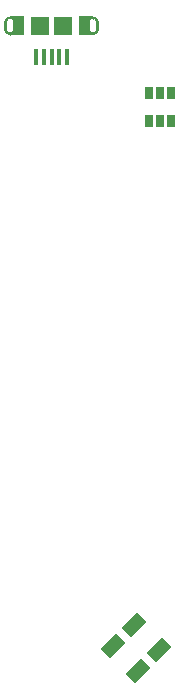
<source format=gbp>
G04*
G04 #@! TF.GenerationSoftware,Altium Limited,Altium Designer,24.2.2 (26)*
G04*
G04 Layer_Color=128*
%FSLAX44Y44*%
%MOMM*%
G71*
G04*
G04 #@! TF.SameCoordinates,F7C56DC2-231D-4419-A4E4-230404E4AC21*
G04*
G04*
G04 #@! TF.FilePolarity,Positive*
G04*
G01*
G75*
G04:AMPARAMS|DCode=34|XSize=1.1176mm|YSize=1.8034mm|CornerRadius=0mm|HoleSize=0mm|Usage=FLASHONLY|Rotation=135.000|XOffset=0mm|YOffset=0mm|HoleType=Round|Shape=Rectangle|*
%AMROTATEDRECTD34*
4,1,4,1.0327,0.2425,-0.2425,-1.0327,-1.0327,-0.2425,0.2425,1.0327,1.0327,0.2425,0.0*
%
%ADD34ROTATEDRECTD34*%

%ADD86R,0.6350X1.0000*%
%ADD87R,0.3810X1.3500*%
%ADD88R,1.5000X1.5500*%
%ADD92C,0.0001*%
G36*
X472300Y938400D02*
X460300D01*
X460040Y938410D01*
X459780Y938430D01*
X459520Y938460D01*
X459260Y938510D01*
X459010Y938570D01*
X458750Y938640D01*
X458510Y938730D01*
X458270Y938830D01*
X458030Y938940D01*
X457800Y939070D01*
X457580Y939210D01*
X457360Y939350D01*
X457150Y939510D01*
X456950Y939680D01*
X456760Y939860D01*
X456580Y940050D01*
X456410Y940250D01*
X456250Y940460D01*
X456110Y940680D01*
X455970Y940900D01*
X455840Y941130D01*
X455730Y941370D01*
X455630Y941610D01*
X455540Y941850D01*
X455470Y942110D01*
X455410Y942360D01*
X455360Y942620D01*
X455330Y942880D01*
X455310Y943140D01*
X455300Y943400D01*
Y948900D01*
X455310Y949160D01*
X455330Y949420D01*
X455360Y949680D01*
X455410Y949940D01*
X455470Y950190D01*
X455540Y950450D01*
X455630Y950690D01*
X455730Y950930D01*
X455840Y951170D01*
X455970Y951400D01*
X456110Y951620D01*
X456250Y951840D01*
X456410Y952050D01*
X456580Y952250D01*
X456760Y952440D01*
X456950Y952620D01*
X457150Y952790D01*
X457360Y952950D01*
X457580Y953090D01*
X457800Y953230D01*
X458030Y953360D01*
X458270Y953470D01*
X458510Y953570D01*
X458750Y953660D01*
X459010Y953730D01*
X459260Y953790D01*
X459520Y953840D01*
X459780Y953870D01*
X460040Y953890D01*
X460300Y953900D01*
X472300D01*
Y938400D01*
D02*
G37*
G36*
X530560Y953890D02*
X530820Y953870D01*
X531080Y953840D01*
X531340Y953790D01*
X531590Y953730D01*
X531850Y953660D01*
X532090Y953570D01*
X532330Y953470D01*
X532570Y953360D01*
X532800Y953230D01*
X533020Y953090D01*
X533240Y952950D01*
X533450Y952790D01*
X533650Y952620D01*
X533840Y952440D01*
X534020Y952250D01*
X534190Y952050D01*
X534350Y951840D01*
X534490Y951620D01*
X534630Y951400D01*
X534760Y951170D01*
X534870Y950930D01*
X534970Y950690D01*
X535060Y950450D01*
X535130Y950190D01*
X535190Y949940D01*
X535240Y949680D01*
X535270Y949420D01*
X535290Y949160D01*
X535300Y948900D01*
Y943400D01*
X535290Y943140D01*
X535270Y942880D01*
X535240Y942620D01*
X535190Y942360D01*
X535130Y942110D01*
X535060Y941850D01*
X534970Y941610D01*
X534870Y941370D01*
X534760Y941130D01*
X534630Y940900D01*
X534490Y940680D01*
X534350Y940460D01*
X534190Y940250D01*
X534020Y940050D01*
X533840Y939860D01*
X533650Y939680D01*
X533450Y939510D01*
X533240Y939350D01*
X533020Y939210D01*
X532800Y939070D01*
X532570Y938940D01*
X532330Y938830D01*
X532090Y938730D01*
X531850Y938640D01*
X531590Y938570D01*
X531340Y938510D01*
X531080Y938460D01*
X530820Y938430D01*
X530560Y938410D01*
X530300Y938400D01*
X518300D01*
Y953900D01*
X530300D01*
X530560Y953890D01*
D02*
G37*
%LPC*%
G36*
X460430Y951900D02*
X460170D01*
X460040Y951890D01*
X459910Y951870D01*
X459780Y951850D01*
X459650Y951810D01*
X459530Y951780D01*
X459400Y951730D01*
X459280Y951680D01*
X459170Y951630D01*
X459050Y951570D01*
X458940Y951500D01*
X458830Y951420D01*
X458730Y951340D01*
X458630Y951260D01*
X458530Y951170D01*
X458440Y951070D01*
X458360Y950970D01*
X458280Y950870D01*
X458200Y950760D01*
X458130Y950650D01*
X458070Y950530D01*
X458020Y950420D01*
X457970Y950300D01*
X457920Y950170D01*
X457890Y950050D01*
X457850Y949920D01*
X457830Y949790D01*
X457810Y949660D01*
X457800Y949530D01*
Y949400D01*
Y942900D01*
Y942770D01*
X457810Y942640D01*
X457830Y942510D01*
X457850Y942380D01*
X457890Y942250D01*
X457920Y942130D01*
X457970Y942000D01*
X458020Y941880D01*
X458070Y941770D01*
X458130Y941650D01*
X458200Y941540D01*
X458280Y941430D01*
X458360Y941330D01*
X458440Y941230D01*
X458530Y941130D01*
X458630Y941040D01*
X458730Y940960D01*
X458830Y940880D01*
X458940Y940800D01*
X459050Y940730D01*
X459170Y940670D01*
X459280Y940620D01*
X459400Y940570D01*
X459530Y940520D01*
X459650Y940490D01*
X459780Y940450D01*
X459910Y940430D01*
X460040Y940410D01*
X460170Y940400D01*
X460430D01*
X460560Y940410D01*
X460690Y940430D01*
X460820Y940450D01*
X460950Y940490D01*
X461070Y940520D01*
X461200Y940570D01*
X461320Y940620D01*
X461430Y940670D01*
X461550Y940730D01*
X461660Y940800D01*
X461770Y940880D01*
X461870Y940960D01*
X461970Y941040D01*
X462070Y941130D01*
X462160Y941230D01*
X462240Y941330D01*
X462320Y941430D01*
X462400Y941540D01*
X462470Y941650D01*
X462530Y941770D01*
X462580Y941880D01*
X462630Y942000D01*
X462680Y942130D01*
X462710Y942250D01*
X462750Y942380D01*
X462770Y942510D01*
X462790Y942640D01*
X462800Y942770D01*
Y942900D01*
Y949400D01*
Y949530D01*
X462790Y949660D01*
X462770Y949790D01*
X462750Y949920D01*
X462710Y950050D01*
X462680Y950170D01*
X462630Y950300D01*
X462580Y950420D01*
X462530Y950530D01*
X462470Y950650D01*
X462400Y950760D01*
X462320Y950870D01*
X462240Y950970D01*
X462160Y951070D01*
X462070Y951170D01*
X461970Y951260D01*
X461870Y951340D01*
X461770Y951420D01*
X461660Y951500D01*
X461550Y951570D01*
X461430Y951630D01*
X461320Y951680D01*
X461200Y951730D01*
X461070Y951780D01*
X460950Y951810D01*
X460820Y951850D01*
X460690Y951870D01*
X460560Y951890D01*
X460430Y951900D01*
D02*
G37*
G36*
X530430D02*
X530170D01*
X530040Y951890D01*
X529910Y951870D01*
X529780Y951850D01*
X529650Y951810D01*
X529530Y951780D01*
X529400Y951730D01*
X529280Y951680D01*
X529170Y951630D01*
X529050Y951570D01*
X528940Y951500D01*
X528830Y951420D01*
X528730Y951340D01*
X528630Y951260D01*
X528530Y951170D01*
X528440Y951070D01*
X528360Y950970D01*
X528280Y950870D01*
X528200Y950760D01*
X528130Y950650D01*
X528070Y950530D01*
X528020Y950420D01*
X527970Y950300D01*
X527920Y950170D01*
X527890Y950050D01*
X527850Y949920D01*
X527830Y949790D01*
X527810Y949660D01*
X527800Y949530D01*
Y949400D01*
Y942900D01*
Y942770D01*
X527810Y942640D01*
X527830Y942510D01*
X527850Y942380D01*
X527890Y942250D01*
X527920Y942130D01*
X527970Y942000D01*
X528020Y941880D01*
X528070Y941770D01*
X528130Y941650D01*
X528200Y941540D01*
X528280Y941430D01*
X528360Y941330D01*
X528440Y941230D01*
X528530Y941130D01*
X528630Y941040D01*
X528730Y940960D01*
X528830Y940880D01*
X528940Y940800D01*
X529050Y940730D01*
X529170Y940670D01*
X529280Y940620D01*
X529400Y940570D01*
X529530Y940520D01*
X529650Y940490D01*
X529780Y940450D01*
X529910Y940430D01*
X530040Y940410D01*
X530170Y940400D01*
X530430D01*
X530560Y940410D01*
X530690Y940430D01*
X530820Y940450D01*
X530950Y940490D01*
X531070Y940520D01*
X531200Y940570D01*
X531320Y940620D01*
X531430Y940670D01*
X531550Y940730D01*
X531660Y940800D01*
X531770Y940880D01*
X531870Y940960D01*
X531970Y941040D01*
X532070Y941130D01*
X532160Y941230D01*
X532240Y941330D01*
X532320Y941430D01*
X532400Y941540D01*
X532470Y941650D01*
X532530Y941770D01*
X532580Y941880D01*
X532630Y942000D01*
X532680Y942130D01*
X532710Y942250D01*
X532750Y942380D01*
X532770Y942510D01*
X532790Y942640D01*
X532800Y942770D01*
Y942900D01*
Y949400D01*
Y949530D01*
X532790Y949660D01*
X532770Y949790D01*
X532750Y949920D01*
X532710Y950050D01*
X532680Y950170D01*
X532630Y950300D01*
X532580Y950420D01*
X532530Y950530D01*
X532470Y950650D01*
X532400Y950760D01*
X532320Y950870D01*
X532240Y950970D01*
X532160Y951070D01*
X532070Y951170D01*
X531970Y951260D01*
X531870Y951340D01*
X531770Y951420D01*
X531660Y951500D01*
X531550Y951570D01*
X531430Y951630D01*
X531320Y951680D01*
X531200Y951730D01*
X531070Y951780D01*
X530950Y951810D01*
X530820Y951850D01*
X530690Y951870D01*
X530560Y951890D01*
X530430Y951900D01*
D02*
G37*
%LPD*%
D34*
X564713Y438587D02*
D03*
X585907Y417393D02*
D03*
X546933Y420807D02*
D03*
X568127Y399613D02*
D03*
D86*
X596748Y889316D02*
D03*
X587248D02*
D03*
X577748D02*
D03*
Y865691D02*
D03*
X587248Y865691D02*
D03*
X596748Y865691D02*
D03*
D87*
X482300Y919150D02*
D03*
X488800D02*
D03*
X495300D02*
D03*
X501800D02*
D03*
X508300D02*
D03*
D88*
X485300Y946150D02*
D03*
X505300D02*
D03*
D92*
X460300Y938450D02*
Y940150D01*
X530300Y952150D02*
Y953850D01*
M02*

</source>
